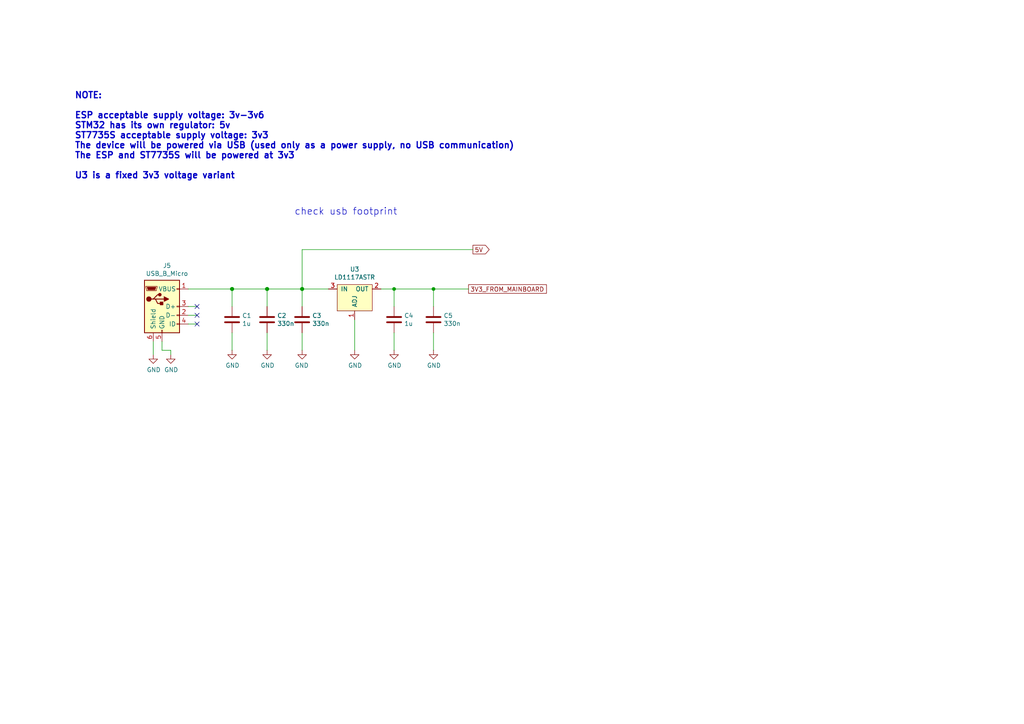
<source format=kicad_sch>
(kicad_sch (version 20250114) (generator "eeschema") (generator_version "9.0")
  (paper "A4")
  (lib_symbols
    (symbol "Connector:USB_B_Micro" (pin_names (offset 1.016))
      (property "Reference" "J" (at -5.08 11.43 0))
      (property "Value" "USB_B_Micro" (at -5.08 8.89 0))
      (symbol "USB_B_Micro_0_1"
        (rectangle (start -5.08 -7.62) (end 5.08 7.62) (stroke (width 0.254)) (fill (type background)))
        (polyline (pts (xy -4.699 5.842) (xy -4.699 5.588) (xy -4.445 4.826) (xy -4.445 4.572) (xy -1.651 4.572) (xy -1.651 4.826) (xy -1.397 5.588) (xy -1.397 5.842) (xy -4.699 5.842)))
        (polyline (pts (xy -4.318 5.588) (xy -1.778 5.588) (xy -2.032 4.826) (xy -4.064 4.826) (xy -4.318 5.588)) (fill (type outline)))
        (circle (center -3.81 2.159) (radius 0.635) (stroke (width 0.254)) (fill (type outline)))
        (polyline (pts (xy -3.175 2.159) (xy -2.54 2.159) (xy -1.27 3.429) (xy -0.635 3.429)) (stroke (width 0.254)))
        (polyline (pts (xy -2.54 2.159) (xy -1.905 2.159) (xy -1.27 0.889) (xy 0 0.889)) (stroke (width 0.254)))
        (polyline (pts (xy -1.905 2.159) (xy 0.635 2.159)) (stroke (width 0.254)))
        (circle (center -0.635 3.429) (radius 0.381) (stroke (width 0.254)) (fill (type outline)))
        (rectangle (start -0.127 -7.62) (end 0.127 -6.858))
        (rectangle (start 0.254 1.27) (end -0.508 0.508) (stroke (width 0.254)) (fill (type outline)))
        (polyline (pts (xy 0.635 2.794) (xy 0.635 1.524) (xy 1.905 2.159) (xy 0.635 2.794)) (stroke (width 0.254)) (fill (type outline)))
        (rectangle (start 5.08 4.953) (end 4.318 5.207))
        (rectangle (start 5.08 -0.127) (end 4.318 0.127))
        (rectangle (start 5.08 -2.667) (end 4.318 -2.413))
        (rectangle (start 5.08 -5.207) (end 4.318 -4.953))
      )
      (symbol "USB_B_Micro_1_1"
        (pin passive line (at -2.54 -10.16 90) (length 2.54) (name "Shield") (number "6"))
        (pin power_out line (at 0 -10.16 90) (length 2.54) (name "GND") (number "5"))
        (pin power_out line (at 7.62 5.08 180) (length 2.54) (name "VBUS") (number "1"))
        (pin bidirectional line (at 7.62 0 180) (length 2.54) (name "D+") (number "3"))
        (pin bidirectional line (at 7.62 -2.54 180) (length 2.54) (name "D-") (number "2"))
        (pin passive line (at 7.62 -5.08 180) (length 2.54) (name "ID") (number "4"))
      )
    )
    (symbol "Device:C" (pin_numbers (hide yes)) (pin_names (offset 0.254))
      (property "Reference" "C" (at 0.635 2.54 0))
      (property "Value" "C" (at 0.635 -2.54 0))
      (symbol "C_0_1"
        (polyline (pts (xy -2.032 0.762) (xy 2.032 0.762)) (stroke (width 0.508)))
        (polyline (pts (xy -2.032 -0.762) (xy 2.032 -0.762)) (stroke (width 0.508)))
      )
      (symbol "C_1_1"
        (pin passive line (at 0 3.81 270) (length 2.794) (name "~") (number "1"))
        (pin passive line (at 0 -3.81 90) (length 2.794) (name "~") (number "2"))
      )
    )
    (symbol "MainBoard:LD1117ASTR" (pin_names (offset 1.016))
      (property "Reference" "U" (at 0 3.81 0))
      (property "Value" "LD1117ASTR" (at 0 1.27 0))
      (symbol "LD1117ASTR_0_1"
        (rectangle (start -5.08 0) (end 5.08 -7.62) (fill (type background)))
      )
      (symbol "LD1117ASTR_1_1"
        (pin power_in line (at -7.62 -1.27 0) (length 2.54) (name "IN") (number "3"))
        (pin no_connect line (at -7.62 -5.08 0) (length 2.54) (hide yes) (name "NC") (number "4"))
        (pin power_out line (at 0 -10.16 90) (length 2.54) (name "ADJ") (number "1"))
        (pin power_out line (at 7.62 -1.27 180) (length 2.54) (name "OUT") (number "2"))
      )
    )
    (symbol "power:GND" (power) (pin_numbers (hide yes)) (pin_names (offset 0) (hide yes))
      (property "Value" "GND" (at 0 -3.81 0))
      (symbol "GND_0_1"
        (polyline (pts (xy 0 0) (xy 0 -1.27) (xy 1.27 -1.27) (xy 0 -2.54) (xy -1.27 -1.27) (xy 0 -1.27)))
      )
      (symbol "GND_1_1"
        (pin power_in line (at 0 0 270) (length 0) (name "~") (number "1"))
      )
    )
  )
  (text "NOTE:\n\nESP acceptable supply voltage: 3v-3v6\nSTM32 has its own regulator: 5v\nST7735S acceptable supply voltage: 3v3\nThe device will be powered via USB (used only as a power supply, no USB communication)\nThe ESP and ST7735S will be powered at 3v3\n\nU3 is a fixed 3v3 voltage variant" (at 21.59 52.07 0) (effects (font (size 1.8034 1.8034) (thickness 0.3607) (bold yes)) (justify left bottom)))
  (text "check usb footprint\n" (at 100.33 61.468 0) (effects (font (size 2 2))))
  (junction (at 114.3 83.82))
  (junction (at 87.63 83.82) (diameter 1.016))
  (junction (at 77.47 83.82) (diameter 1.016))
  (junction (at 125.73 83.82))
  (junction (at 67.31 83.82) (diameter 1.016))
  (no_connect (at 57.15 88.9))
  (no_connect (at 57.15 93.98))
  (no_connect (at 57.15 91.44))
  (wire (pts (xy 87.63 88.9) (xy 87.63 83.82)))
  (wire (pts (xy 54.61 91.44) (xy 57.15 91.44)))
  (wire (pts (xy 87.63 83.82) (xy 77.47 83.82)))
  (wire (pts (xy 114.3 83.82) (xy 125.73 83.82)))
  (wire (pts (xy 49.53 101.6) (xy 49.53 102.87)))
  (wire (pts (xy 67.31 96.52) (xy 67.31 101.6)))
  (wire (pts (xy 125.73 96.52) (xy 125.73 101.6)))
  (wire (pts (xy 77.47 83.82) (xy 67.31 83.82)))
  (wire (pts (xy 44.45 99.06) (xy 44.45 102.87)))
  (wire (pts (xy 54.61 83.82) (xy 67.31 83.82)))
  (wire (pts (xy 125.73 83.82) (xy 125.73 88.9)))
  (wire (pts (xy 95.25 83.82) (xy 87.63 83.82)))
  (wire (pts (xy 77.47 83.82) (xy 77.47 88.9)))
  (wire (pts (xy 67.31 83.82) (xy 67.31 88.9)))
  (wire (pts (xy 114.3 83.82) (xy 114.3 88.9)))
  (wire (pts (xy 46.99 101.6) (xy 49.53 101.6)))
  (wire (pts (xy 87.63 72.39) (xy 87.63 83.82)))
  (wire (pts (xy 125.73 83.82) (xy 135.89 83.82)))
  (wire (pts (xy 54.61 93.98) (xy 57.15 93.98)))
  (wire (pts (xy 46.99 101.6) (xy 46.99 99.06)))
  (wire (pts (xy 137.16 72.39) (xy 87.63 72.39)))
  (wire (pts (xy 87.63 96.52) (xy 87.63 101.6)))
  (wire (pts (xy 54.61 88.9) (xy 57.15 88.9)))
  (wire (pts (xy 102.87 92.71) (xy 102.87 101.6)))
  (wire (pts (xy 110.49 83.82) (xy 114.3 83.82)))
  (wire (pts (xy 77.47 96.52) (xy 77.47 101.6)))
  (wire (pts (xy 114.3 96.52) (xy 114.3 101.6)))
  (global_label "5V" (shape output) (at 137.16 72.39 0) (property "Intersheetrefs" "${INTERSHEET_REFS}" (effects (hide yes))))
  (global_label "3V3_FROM_MAINBOARD" (shape passive) (at 135.89 83.82 0) (property "Intersheetrefs" "${INTERSHEET_REFS}" (effects (hide yes))))
  (symbol (lib_id "Connector:USB_B_Micro") (at 46.99 88.9 0) (unit 1)
    (property "Reference" "J5" (at 48.4378 77.0382 0))
    (property "Value" "USB_B_Micro" (at 48.4378 79.3496 0))
    (property "Footprint" "Connector_USB:USB_Micro-B_Molex-105017-0001" (effects (hide yes)))
  )
  (symbol (lib_id "MainBoard:LD1117ASTR") (at 102.87 82.55 0) (unit 1)
    (property "Reference" "U3" (at 102.87 78.105 0))
    (property "Value" "LD1117ASTR" (at 102.87 80.4164 0))
    (property "Footprint" "Package_TO_SOT_SMD:SOT-223" (effects (hide yes)))
    (property "Datasheet" "https://www.tme.eu/Document/bad00e7fc591b73ff810af309b2bb7a4/LD1117A.pdf" (effects (hide yes)))
  )
  (symbol (lib_id "Device:C") (at 77.47 92.71 0) (unit 1)
    (property "Reference" "C2" (at 80.391 91.5416 0) (effects (justify left)))
    (property "Value" "330n" (at 80.391 93.853 0) (effects (justify left)))
    (property "Footprint" "Capacitor_SMD:C_0805_2012Metric" (effects (hide yes)))
  )
  (symbol (lib_id "power:GND") (at 77.47 101.6 0) (unit 1)
    (property "Reference" "#PWR025" (effects (hide yes)))
    (property "Value" "GND" (at 77.597 105.9942 0))
    (property "Description" "Power symbol creates a global label with name \"GND\" , ground" (effects (hide yes)))
  )
  (symbol (lib_id "power:GND") (at 87.63 101.6 0) (mirror y) (unit 1)
    (property "Reference" "#PWR026" (effects (hide yes)))
    (property "Value" "GND" (at 87.503 105.9942 0))
    (property "Description" "Power symbol creates a global label with name \"GND\" , ground" (effects (hide yes)))
  )
  (symbol (lib_id "Device:C") (at 87.63 92.71 0) (unit 1)
    (property "Reference" "C3" (at 90.551 91.5416 0) (effects (justify left)))
    (property "Value" "330n" (at 90.551 93.853 0) (effects (justify left)))
    (property "Footprint" "Capacitor_SMD:C_0805_2012Metric" (effects (hide yes)))
  )
  (symbol (lib_id "Device:C") (at 114.3 92.71 0) (unit 1)
    (property "Reference" "C4" (at 117.221 91.5416 0) (effects (justify left)))
    (property "Value" "1u" (at 117.221 93.853 0) (effects (justify left)))
    (property "Footprint" "Capacitor_SMD:C_0805_2012Metric" (effects (hide yes)))
  )
  (symbol (lib_id "Device:C") (at 125.73 92.71 0) (unit 1)
    (property "Reference" "C5" (at 128.651 91.5416 0) (effects (justify left)))
    (property "Value" "330n" (at 128.651 93.853 0) (effects (justify left)))
    (property "Footprint" "Capacitor_SMD:C_0805_2012Metric" (effects (hide yes)))
  )
  (symbol (lib_id "Device:C") (at 67.31 92.71 0) (unit 1)
    (property "Reference" "C1" (at 70.231 91.5416 0) (effects (justify left)))
    (property "Value" "1u" (at 70.231 93.853 0) (effects (justify left)))
    (property "Footprint" "Capacitor_SMD:C_0805_2012Metric" (effects (hide yes)))
  )
  (symbol (lib_id "power:GND") (at 67.31 101.6 0) (unit 1)
    (property "Reference" "#PWR024" (effects (hide yes)))
    (property "Value" "GND" (at 67.437 105.9942 0))
    (property "Description" "Power symbol creates a global label with name \"GND\" , ground" (effects (hide yes)))
  )
  (symbol (lib_id "power:GND") (at 102.87 101.6 0) (unit 1)
    (property "Reference" "#PWR027" (effects (hide yes)))
    (property "Value" "GND" (at 102.997 105.9942 0))
    (property "Description" "Power symbol creates a global label with name \"GND\" , ground" (effects (hide yes)))
  )
  (symbol (lib_id "power:GND") (at 114.3 101.6 0) (unit 1)
    (property "Reference" "#PWR028" (effects (hide yes)))
    (property "Value" "GND" (at 114.427 105.9942 0))
    (property "Description" "Power symbol creates a global label with name \"GND\" , ground" (effects (hide yes)))
  )
  (symbol (lib_id "power:GND") (at 125.73 101.6 0) (unit 1)
    (property "Reference" "#PWR029" (effects (hide yes)))
    (property "Value" "GND" (at 125.857 105.9942 0))
    (property "Description" "Power symbol creates a global label with name \"GND\" , ground" (effects (hide yes)))
  )
  (symbol (lib_id "power:GND") (at 44.45 102.87 0) (unit 1)
    (property "Reference" "#PWR017" (effects (hide yes)))
    (property "Value" "GND" (at 44.577 107.2642 0))
    (property "Description" "Power symbol creates a global label with name \"GND\" , ground" (effects (hide yes)))
  )
  (symbol (lib_id "power:GND") (at 49.53 102.87 0) (unit 1)
    (property "Reference" "#PWR018" (effects (hide yes)))
    (property "Value" "GND" (at 49.657 107.2642 0))
    (property "Description" "Power symbol creates a global label with name \"GND\" , ground" (effects (hide yes)))
  )
)
</source>
